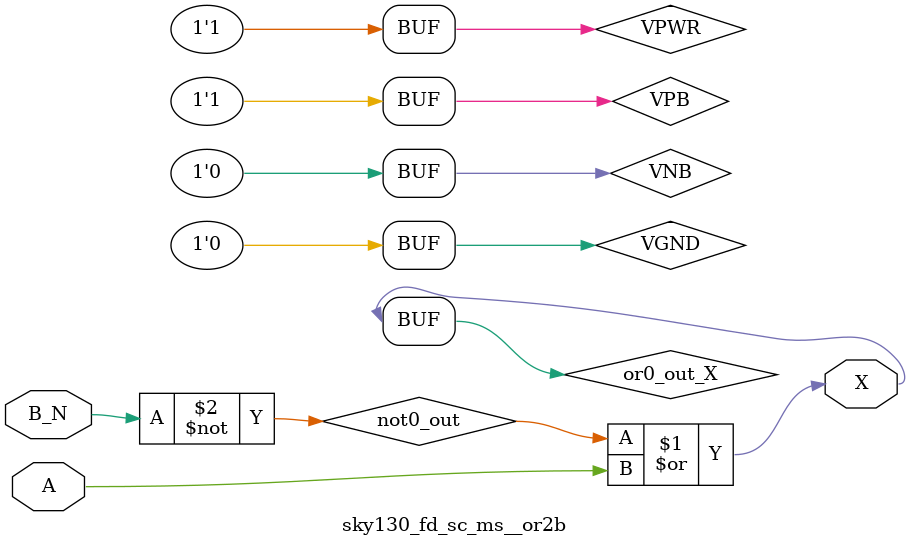
<source format=v>
/*
 * Copyright 2020 The SkyWater PDK Authors
 *
 * Licensed under the Apache License, Version 2.0 (the "License");
 * you may not use this file except in compliance with the License.
 * You may obtain a copy of the License at
 *
 *     https://www.apache.org/licenses/LICENSE-2.0
 *
 * Unless required by applicable law or agreed to in writing, software
 * distributed under the License is distributed on an "AS IS" BASIS,
 * WITHOUT WARRANTIES OR CONDITIONS OF ANY KIND, either express or implied.
 * See the License for the specific language governing permissions and
 * limitations under the License.
 *
 * SPDX-License-Identifier: Apache-2.0
*/


`ifndef SKY130_FD_SC_MS__OR2B_TIMING_V
`define SKY130_FD_SC_MS__OR2B_TIMING_V

/**
 * or2b: 2-input OR, first input inverted.
 *
 * Verilog simulation timing model.
 */

`timescale 1ns / 1ps
`default_nettype none

`celldefine
module sky130_fd_sc_ms__or2b (
    X  ,
    A  ,
    B_N
);

    // Module ports
    output X  ;
    input  A  ;
    input  B_N;

    // Module supplies
    supply1 VPWR;
    supply0 VGND;
    supply1 VPB ;
    supply0 VNB ;

    // Local signals
    wire not0_out ;
    wire or0_out_X;

    //  Name  Output     Other arguments
    not not0 (not0_out , B_N            );
    or  or0  (or0_out_X, not0_out, A    );
    buf buf0 (X        , or0_out_X      );

endmodule
`endcelldefine

`default_nettype wire
`endif  // SKY130_FD_SC_MS__OR2B_TIMING_V

</source>
